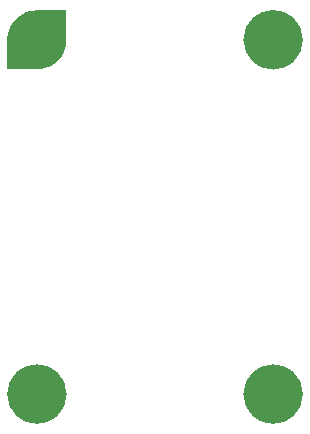
<source format=gts>
%TF.GenerationSoftware,KiCad,Pcbnew,8.0.8*%
%TF.CreationDate,2025-01-29T17:02:43+00:00*%
%TF.ProjectId,ec30_2x3_l_mh_0.1,65633330-5f32-4783-935f-6c5f6d685f30,v0.1*%
%TF.SameCoordinates,PX8d24d00PY36d6160*%
%TF.FileFunction,Soldermask,Top*%
%TF.FilePolarity,Negative*%
%FSLAX46Y46*%
G04 Gerber Fmt 4.6, Leading zero omitted, Abs format (unit mm)*
G04 Created by KiCad (PCBNEW 8.0.8) date 2025-01-29 17:02:43*
%MOMM*%
%LPD*%
G01*
G04 APERTURE LIST*
%ADD10C,2.500000*%
%ADD11C,0.000000*%
G04 APERTURE END LIST*
%TO.C,MH3*%
D10*
X-8750000Y-15000000D02*
G75*
G02*
X-11250000Y-15000000I-1250000J0D01*
G01*
X-11250000Y-15000000D02*
G75*
G02*
X-8750000Y-15000000I1250000J0D01*
G01*
%TO.C,MH4*%
X11250000Y-14999999D02*
G75*
G02*
X8750000Y-14999999I-1250000J0D01*
G01*
X8750000Y-14999999D02*
G75*
G02*
X11250000Y-14999999I1250000J0D01*
G01*
%TO.C,MH2*%
X11250000Y15000000D02*
G75*
G02*
X8750000Y15000000I-1250000J0D01*
G01*
X8750000Y15000000D02*
G75*
G02*
X11250000Y15000000I1250000J0D01*
G01*
D11*
%TO.C,MH1*%
G36*
X-7500000Y15000000D02*
G01*
X-7504933Y15000000D01*
X-7504933Y14843024D01*
X-7544282Y14531547D01*
X-7622359Y14227458D01*
X-7737932Y13935552D01*
X-7889180Y13660433D01*
X-8073717Y13406440D01*
X-8288632Y13177578D01*
X-8530537Y12977458D01*
X-8795616Y12809233D01*
X-9079689Y12675559D01*
X-9378275Y12578542D01*
X-9686667Y12519713D01*
X-10000000Y12500000D01*
X-12500000Y12500000D01*
X-12500000Y15000000D01*
X-12495067Y15000000D01*
X-12495067Y15156976D01*
X-12455718Y15468453D01*
X-12377641Y15772542D01*
X-12262068Y16064448D01*
X-12110820Y16339567D01*
X-11926283Y16593560D01*
X-11711368Y16822422D01*
X-11469463Y17022542D01*
X-11204384Y17190767D01*
X-10920311Y17324441D01*
X-10621725Y17421458D01*
X-10313333Y17480287D01*
X-10000000Y17500000D01*
X-7500000Y17500000D01*
X-7500000Y15000000D01*
G37*
%TD*%
M02*

</source>
